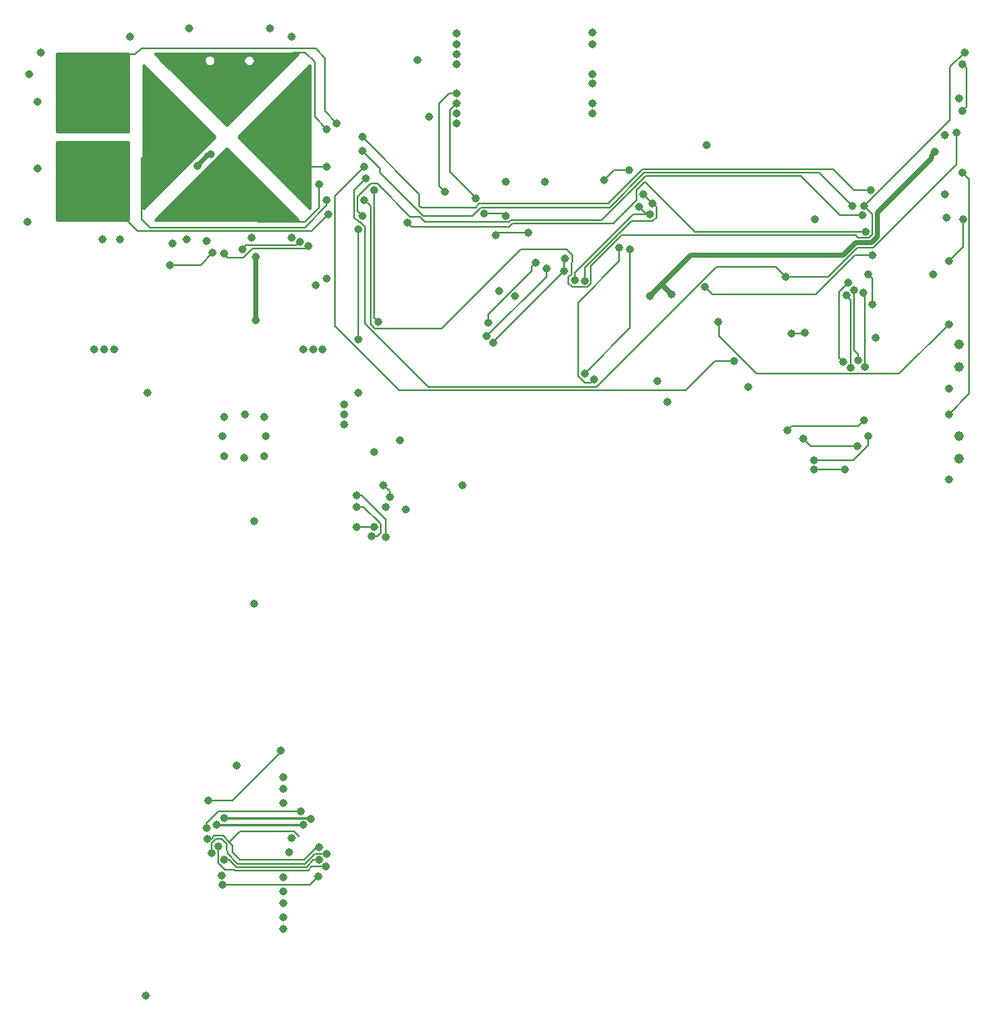
<source format=gbr>
%TF.GenerationSoftware,KiCad,Pcbnew,(5.1.8)-1*%
%TF.CreationDate,2021-02-03T00:49:59+01:00*%
%TF.ProjectId,Navi_2_0,4e617669-5f32-45f3-902e-6b696361645f,rev?*%
%TF.SameCoordinates,Original*%
%TF.FileFunction,Copper,L1,Top*%
%TF.FilePolarity,Positive*%
%FSLAX46Y46*%
G04 Gerber Fmt 4.6, Leading zero omitted, Abs format (unit mm)*
G04 Created by KiCad (PCBNEW (5.1.8)-1) date 2021-02-03 00:49:59*
%MOMM*%
%LPD*%
G01*
G04 APERTURE LIST*
%TA.AperFunction,WasherPad*%
%ADD10C,1.000000*%
%TD*%
%TA.AperFunction,SMDPad,CuDef*%
%ADD11C,1.000000*%
%TD*%
%TA.AperFunction,ViaPad*%
%ADD12C,0.800000*%
%TD*%
%TA.AperFunction,Conductor*%
%ADD13C,0.500000*%
%TD*%
%TA.AperFunction,Conductor*%
%ADD14C,0.200000*%
%TD*%
%TA.AperFunction,Conductor*%
%ADD15C,0.250000*%
%TD*%
%TA.AperFunction,Conductor*%
%ADD16C,0.254000*%
%TD*%
%TA.AperFunction,Conductor*%
%ADD17C,0.100000*%
%TD*%
G04 APERTURE END LIST*
D10*
%TO.P,SW2,*%
%TO.N,*%
X138850000Y-63700000D03*
X138850000Y-66000000D03*
%TD*%
%TO.P,SW1,*%
%TO.N,*%
X138850000Y-72950000D03*
X138850000Y-75250000D03*
%TD*%
D11*
%TO.P,J8,1*%
%TO.N,Net-(J8-Pad1)*%
X51200000Y-37400000D03*
%TD*%
%TO.P,J7,1*%
%TO.N,Net-(J7-Pad1)*%
X64400000Y-48000000D03*
%TD*%
%TO.P,J6,1*%
%TO.N,Net-(J6-Pad1)*%
X57800000Y-42800000D03*
%TD*%
%TO.P,J5,1*%
%TO.N,Net-(J5-Pad1)*%
X64400000Y-37400000D03*
%TD*%
%TO.P,J4,1*%
%TO.N,Net-(J4-Pad1)*%
X51200000Y-48000000D03*
%TD*%
%TO.P,J3,1*%
%TO.N,Net-(J3-Pad1)*%
X71000000Y-42800000D03*
%TD*%
D12*
%TO.N,GND*%
X124200000Y-51000000D03*
X52000000Y-64200000D03*
X53000000Y-64169998D03*
X51000000Y-64169998D03*
X73200000Y-64200000D03*
X72200000Y-64169998D03*
X74200000Y-64169998D03*
X77800000Y-68600000D03*
X79400000Y-74600000D03*
X80600000Y-80200000D03*
X82599998Y-80400000D03*
X88400000Y-78000000D03*
X85000000Y-40600000D03*
X83800000Y-34800000D03*
X101600000Y-37200000D03*
X101600000Y-36200000D03*
X101600000Y-39200000D03*
X101600000Y-40200000D03*
X101600000Y-33200000D03*
X101600000Y-32000000D03*
X87800000Y-41200000D03*
X87800000Y-40200000D03*
X92800000Y-47200000D03*
X96800000Y-47200000D03*
X117400000Y-68000000D03*
X65400000Y-106400000D03*
X67200000Y-90000000D03*
X71000000Y-113800000D03*
X63930354Y-117572599D03*
X45531302Y-34049998D03*
X44400000Y-36250002D03*
X113200000Y-43400000D03*
X130400000Y-63000000D03*
X137400000Y-42400000D03*
X138821846Y-38731079D03*
X60400000Y-53000000D03*
X58954997Y-53428182D03*
X54600000Y-32400000D03*
X71000000Y-32400000D03*
X60600000Y-31600000D03*
X68800000Y-31600000D03*
X67000000Y-52800010D03*
X71000000Y-52800010D03*
X62400000Y-53200000D03*
X45200000Y-39000000D03*
X45200000Y-45800000D03*
X44200000Y-51200000D03*
X74600000Y-56950032D03*
X73459970Y-57689101D03*
X68200000Y-71000000D03*
X64200000Y-71000000D03*
X64200000Y-75000000D03*
X68400000Y-73000000D03*
X68200000Y-75000000D03*
X66200000Y-75200000D03*
X66250000Y-70800000D03*
X64000000Y-73000000D03*
X56400000Y-68600000D03*
X62800000Y-44400000D03*
X61434314Y-45565686D03*
X87800000Y-32100000D03*
X87800000Y-33200000D03*
X87800000Y-35200000D03*
X87800000Y-34200000D03*
X137800000Y-68200000D03*
X137800000Y-77400000D03*
X137600000Y-50800000D03*
X136200000Y-56600000D03*
X70200000Y-107600000D03*
X70200000Y-108800000D03*
X70200000Y-110200000D03*
X70200000Y-123000000D03*
X70200000Y-121800000D03*
X70200000Y-120400000D03*
X70200000Y-119200000D03*
X70200000Y-117800000D03*
X56200000Y-129800000D03*
X108192882Y-67407126D03*
X93730836Y-58788426D03*
X123150022Y-62505002D03*
X121850010Y-62600000D03*
X92151913Y-58251126D03*
X109254617Y-69545383D03*
%TO.N,+BATT*%
X127250000Y-76400000D03*
X124150000Y-76400000D03*
X79169591Y-83121637D03*
X77659620Y-80140380D03*
X77800000Y-63200000D03*
X77800000Y-52000000D03*
%TO.N,+3V3*%
X81000000Y-79200000D03*
X80374438Y-77978091D03*
X70800000Y-115200000D03*
X136428311Y-44150000D03*
X107400000Y-58800000D03*
X109600000Y-58600000D03*
X139150000Y-40000000D03*
X139220290Y-35192051D03*
X79400000Y-48000000D03*
X79800000Y-61400000D03*
X51800000Y-53000000D03*
X53600000Y-53000000D03*
X67200000Y-81600000D03*
X82000000Y-73400000D03*
X76400000Y-69800000D03*
X76400000Y-70800000D03*
X76400000Y-71800000D03*
X137400000Y-48400000D03*
%TO.N,EINK_VCC*%
X62600000Y-110000000D03*
X69893940Y-104893940D03*
%TO.N,Net-(J3-Pad1)*%
X74600000Y-45600000D03*
%TO.N,Net-(J4-Pad1)*%
X74759627Y-50440373D03*
%TO.N,Net-(J8-Pad1)*%
X75600000Y-41200000D03*
%TO.N,I2C_DAT*%
X98800000Y-54952657D03*
X98728703Y-56252668D03*
X137800000Y-61600000D03*
X114367881Y-61367881D03*
X91535068Y-63535068D03*
%TO.N,I2C_CLK*%
X96950926Y-55936917D03*
X87800000Y-39200000D03*
X89774633Y-48825367D03*
X90863309Y-62863309D03*
%TO.N,EINK_SPI_MOSI*%
X64200000Y-116000000D03*
X127850010Y-66019691D03*
X73800000Y-116027361D03*
X127378537Y-58700012D03*
%TO.N,EINK_SPI_CLK*%
X62899999Y-115306048D03*
X127059627Y-65459627D03*
X74563108Y-115377351D03*
X127600000Y-57400000D03*
%TO.N,EINK_~CS*%
X63600000Y-114600000D03*
X128600000Y-65250010D03*
X74482722Y-116687977D03*
X128211527Y-58127019D03*
%TO.N,EINK_DC*%
X62459378Y-113859378D03*
X73800000Y-114700000D03*
%TO.N,EINK_STATE*%
X62400000Y-112800000D03*
X72000000Y-111049990D03*
X123000000Y-73200000D03*
X128550006Y-74005603D03*
%TO.N,EINK_VCC_~EN*%
X79400000Y-82200000D03*
X77600000Y-82200000D03*
%TO.N,SD_VCC_nEN*%
X63000000Y-54400000D03*
X58650000Y-55599996D03*
%TO.N,GPS_VCC_nEN*%
X82800000Y-51350000D03*
X129400000Y-52200000D03*
%TO.N,UART1_RX*%
X71849712Y-53224855D03*
X66000000Y-54000000D03*
X99805852Y-57149990D03*
X106307122Y-49707122D03*
X107413050Y-50482450D03*
%TO.N,UART1_TX*%
X64128064Y-54471936D03*
X72699420Y-53649710D03*
X100800000Y-57200000D03*
X106738021Y-48435220D03*
X107688146Y-49328429D03*
%TO.N,G_INT1*%
X100800000Y-66600000D03*
X105400000Y-53999998D03*
%TO.N,G_INT2*%
X101800000Y-67200000D03*
X104327737Y-53823595D03*
%TO.N,SD_nDET*%
X139250000Y-51000000D03*
X137800000Y-55200000D03*
X129200000Y-71400000D03*
X121400000Y-72400000D03*
%TO.N,+5V*%
X129600000Y-73000000D03*
X124150000Y-75400000D03*
X77600000Y-79000000D03*
X67407083Y-61192917D03*
X80600000Y-83250010D03*
X67407083Y-54792917D03*
%TO.N,ESP_~RST*%
X137800000Y-70800000D03*
X139200000Y-46200000D03*
%TO.N,EINK_SPI_MISO*%
X73749106Y-117650010D03*
X64010038Y-118519263D03*
X129300011Y-66000000D03*
X129105812Y-58447607D03*
%TO.N,EINK_EEPROM_~EN*%
X102800000Y-47000000D03*
X95807122Y-55392878D03*
X105284632Y-45965378D03*
X90600000Y-50400000D03*
X92800000Y-50600000D03*
X91000000Y-61500000D03*
%TO.N,JTAG_TCK*%
X78200000Y-44000000D03*
X128000000Y-49600000D03*
%TO.N,JTAG_TMS*%
X139400000Y-34000000D03*
X78400000Y-49000000D03*
X129200000Y-49600000D03*
%TO.N,JTAG_TDO*%
X121200000Y-56800000D03*
X138600000Y-42200000D03*
X78600000Y-46800000D03*
%TO.N,Net-(R18-Pad2)*%
X95093873Y-52306127D03*
X91800000Y-52600000D03*
X130000000Y-54600000D03*
X113059620Y-57859620D03*
%TO.N,Net-(R26-Pad2)*%
X87800000Y-38200000D03*
X86600000Y-48200000D03*
%TO.N,Net-(J2-Pad19)*%
X64200000Y-111724990D03*
X72995107Y-111880069D03*
%TO.N,Net-(J2-Pad18)*%
X63400000Y-112400000D03*
X63400000Y-112400000D03*
X72200000Y-112400000D03*
%TO.N,Net-(J5-Pad1)*%
X74600000Y-41800000D03*
%TO.N,Net-(J6-Pad1)*%
X74600000Y-49000000D03*
%TO.N,Net-(J7-Pad1)*%
X73800000Y-47400000D03*
%TO.N,Net-(R17-Pad2)*%
X78400000Y-45600000D03*
X116000000Y-65400000D03*
%TO.N,Net-(R36-Pad1)*%
X78200000Y-50600000D03*
X130000000Y-59600000D03*
X129600000Y-56557880D03*
X129043946Y-50537107D03*
%TO.N,Net-(R40-Pad1)*%
X78200000Y-42600000D03*
X129850000Y-48000000D03*
%TD*%
D13*
%TO.N,GND*%
X62600000Y-44400000D02*
X61434314Y-45565686D01*
X62800000Y-44400000D02*
X62600000Y-44400000D01*
D14*
X121850010Y-62600000D02*
X123055024Y-62600000D01*
X123055024Y-62600000D02*
X123150022Y-62505002D01*
%TO.N,+BATT*%
X127250000Y-76400000D02*
X124150000Y-76400000D01*
X78302382Y-80140380D02*
X77659620Y-80140380D01*
X80050001Y-81887999D02*
X78302382Y-80140380D01*
X80050001Y-82806912D02*
X80050001Y-81887999D01*
X79735276Y-83121637D02*
X80050001Y-82806912D01*
X79169591Y-83121637D02*
X79735276Y-83121637D01*
X77800000Y-63200000D02*
X77800000Y-52000000D01*
%TO.N,+3V3*%
X81000000Y-78603653D02*
X80374438Y-77978091D01*
X81000000Y-79200000D02*
X81000000Y-78603653D01*
D13*
X108700000Y-57700000D02*
X108500000Y-57700000D01*
X109600000Y-58600000D02*
X108700000Y-57700000D01*
X108500000Y-57700000D02*
X107400000Y-58800000D01*
D14*
X139150000Y-40000000D02*
X139600000Y-39550000D01*
X139600000Y-35571761D02*
X139220290Y-35192051D01*
X139600000Y-39550000D02*
X139600000Y-35571761D01*
X79400000Y-61000000D02*
X79800000Y-61400000D01*
X79400000Y-48000000D02*
X79400000Y-61000000D01*
D13*
X127069124Y-54600000D02*
X111600000Y-54600000D01*
X136028312Y-44549999D02*
X136028312Y-44805700D01*
X130550011Y-52719113D02*
X129919112Y-53350012D01*
X129919112Y-53350012D02*
X128319112Y-53350012D01*
X130550011Y-50284001D02*
X130550011Y-52719113D01*
X128319112Y-53350012D02*
X127069124Y-54600000D01*
X136028312Y-44805700D02*
X130550011Y-50284001D01*
X111600000Y-54600000D02*
X108500000Y-57700000D01*
X136428311Y-44150000D02*
X136028312Y-44549999D01*
D14*
%TO.N,EINK_VCC*%
X69893940Y-105106060D02*
X69893940Y-104893940D01*
X65000000Y-110000000D02*
X69893940Y-105106060D01*
X62600000Y-110000000D02*
X65000000Y-110000000D01*
%TO.N,Net-(J3-Pad1)*%
X74600000Y-45600000D02*
X72200000Y-45600000D01*
X72200000Y-44000000D02*
X71000000Y-42800000D01*
X72200000Y-45600000D02*
X72200000Y-44000000D01*
%TO.N,Net-(J4-Pad1)*%
X51200000Y-48000000D02*
X55350010Y-52150010D01*
X55350010Y-52150010D02*
X73049990Y-52150010D01*
X73049990Y-52150010D02*
X74759627Y-50440373D01*
%TO.N,Net-(J8-Pad1)*%
X74400000Y-40000000D02*
X75600000Y-41200000D01*
X54349999Y-34250001D02*
X51200000Y-37400000D01*
X54349999Y-34250001D02*
X55149999Y-34250001D01*
X55149999Y-34250001D02*
X55800000Y-33600000D01*
X73449990Y-33649990D02*
X74400000Y-34600000D01*
X71649990Y-33649990D02*
X73449990Y-33649990D01*
X71600000Y-33600000D02*
X71649990Y-33649990D01*
X55800000Y-33600000D02*
X71600000Y-33600000D01*
X74400000Y-34600000D02*
X74400000Y-40000000D01*
%TO.N,I2C_DAT*%
X98728703Y-55023954D02*
X98800000Y-54952657D01*
X98728703Y-56252668D02*
X98728703Y-55023954D01*
X137800000Y-61600000D02*
X132730308Y-66669692D01*
X132730308Y-66669692D02*
X118309015Y-66669692D01*
X118309015Y-66669692D02*
X114488471Y-62849148D01*
X114488471Y-61488471D02*
X114367881Y-61367881D01*
X114488471Y-62849148D02*
X114488471Y-61488471D01*
X98728703Y-56252668D02*
X91535068Y-63446303D01*
X91535068Y-63446303D02*
X91535068Y-63535068D01*
%TO.N,I2C_CLK*%
X87149999Y-39850001D02*
X87149999Y-46149999D01*
X87800000Y-39200000D02*
X87149999Y-39850001D01*
X89774633Y-48774633D02*
X89774633Y-48825367D01*
X87149999Y-46149999D02*
X89774633Y-48774633D01*
X96950926Y-56775692D02*
X90863309Y-62863309D01*
X96950926Y-55936917D02*
X96950926Y-56775692D01*
%TO.N,EINK_SPI_MOSI*%
X73267629Y-116027361D02*
X73800000Y-116027361D01*
X72544979Y-116750011D02*
X73267629Y-116027361D01*
X65417022Y-116750010D02*
X72544979Y-116750011D01*
X64667012Y-116000000D02*
X65417022Y-116750010D01*
X64200000Y-116000000D02*
X64667012Y-116000000D01*
X127850010Y-66019691D02*
X127850010Y-59171485D01*
X127850010Y-59171485D02*
X127378537Y-58700012D01*
%TO.N,EINK_SPI_CLK*%
X62899999Y-115306048D02*
X62899999Y-114337997D01*
X64400000Y-114400000D02*
X64400000Y-115000000D01*
X62899999Y-114337997D02*
X63318998Y-113918998D01*
X65562002Y-116400000D02*
X72400000Y-116400000D01*
X64512001Y-115349999D02*
X65562002Y-116400000D01*
X63318998Y-113918998D02*
X63918998Y-113918998D01*
X72400000Y-116400000D02*
X73422649Y-115377351D01*
X63918998Y-113918998D02*
X64400000Y-114400000D01*
X73422649Y-115377351D02*
X74563108Y-115377351D01*
X64512001Y-115112001D02*
X64512001Y-115349999D01*
X64400000Y-115000000D02*
X64512001Y-115112001D01*
X126659628Y-58340372D02*
X127600000Y-57400000D01*
X126659628Y-65059628D02*
X126659628Y-58340372D01*
X127059627Y-65459627D02*
X126659628Y-65059628D01*
%TO.N,EINK_~CS*%
X65172022Y-117000000D02*
X65272042Y-117100020D01*
X63600000Y-114600000D02*
X63549999Y-114650001D01*
X63549999Y-114650001D02*
X63549999Y-116312001D01*
X63549999Y-116312001D02*
X64237998Y-117000000D01*
X64237998Y-117000000D02*
X65172022Y-117000000D01*
X65272042Y-117100020D02*
X72689957Y-117100021D01*
X72689957Y-117100021D02*
X73102001Y-116687977D01*
X73102001Y-116687977D02*
X74482722Y-116687977D01*
X128600000Y-64684325D02*
X128211527Y-64295852D01*
X128600000Y-65250010D02*
X128600000Y-64684325D01*
X128211527Y-64295852D02*
X128211527Y-58127019D01*
%TO.N,EINK_DC*%
X62459378Y-113859378D02*
X62883630Y-113859378D01*
X64063976Y-113568988D02*
X64063978Y-113568990D01*
X63174020Y-113568988D02*
X64063976Y-113568988D01*
X62883630Y-113859378D02*
X63174020Y-113568988D01*
X64063978Y-113568990D02*
X64694977Y-114199989D01*
X71312001Y-113149999D02*
X71800000Y-113637998D01*
X65744967Y-113149999D02*
X71312001Y-113149999D01*
X64694977Y-114199989D02*
X65744967Y-113149999D01*
X64694977Y-114199989D02*
X65028495Y-114533507D01*
X65028495Y-114533507D02*
X65028495Y-115228495D01*
X65028495Y-115228495D02*
X65800000Y-116000000D01*
X73605012Y-114700000D02*
X73800000Y-114700000D01*
X72305012Y-116000000D02*
X73605012Y-114700000D01*
X65800000Y-116000000D02*
X72305012Y-116000000D01*
%TO.N,EINK_STATE*%
X63559326Y-111074989D02*
X64674989Y-111074989D01*
X62400000Y-112234315D02*
X63559326Y-111074989D01*
X62400000Y-112800000D02*
X62400000Y-112234315D01*
X64699988Y-111049990D02*
X72000000Y-111049990D01*
X64674989Y-111074989D02*
X64699988Y-111049990D01*
X123805603Y-74005603D02*
X128550006Y-74005603D01*
X123000000Y-73200000D02*
X123805603Y-74005603D01*
%TO.N,EINK_VCC_~EN*%
X79400000Y-82200000D02*
X77600000Y-82200000D01*
%TO.N,SD_VCC_nEN*%
X63000000Y-54400000D02*
X61800004Y-55599996D01*
X61800004Y-55599996D02*
X58650000Y-55599996D01*
%TO.N,GPS_VCC_nEN*%
X111994994Y-52200000D02*
X129400000Y-52200000D01*
X106944993Y-47149999D02*
X111994994Y-52200000D01*
X106088011Y-49006979D02*
X106088011Y-48006981D01*
X103694978Y-51400012D02*
X106088011Y-49006979D01*
X93456981Y-51400013D02*
X103694978Y-51400012D01*
X82800000Y-51350000D02*
X83199999Y-51749999D01*
X93106995Y-51749999D02*
X93456981Y-51400013D01*
X106088011Y-48006981D02*
X106944993Y-47149999D01*
X83199999Y-51749999D02*
X93106995Y-51749999D01*
%TO.N,UART1_RX*%
X71449713Y-53624854D02*
X66375146Y-53624854D01*
X66375146Y-53624854D02*
X66000000Y-54000000D01*
X71849712Y-53224855D02*
X71449713Y-53624854D01*
X106307122Y-49707122D02*
X107082450Y-50482450D01*
X107082450Y-50482450D02*
X107413050Y-50482450D01*
X99805852Y-56393496D02*
X105716898Y-50482450D01*
X99805852Y-57149990D02*
X99805852Y-56393496D01*
X105716898Y-50482450D02*
X107413050Y-50482450D01*
%TO.N,UART1_TX*%
X64528063Y-54871935D02*
X66128065Y-54871935D01*
X64128064Y-54471936D02*
X64528063Y-54871935D01*
X72374266Y-53974864D02*
X72699420Y-53649710D01*
X67025136Y-53974864D02*
X72374266Y-53974864D01*
X66128065Y-54871935D02*
X67025136Y-53974864D01*
X106794937Y-48435220D02*
X106738021Y-48435220D01*
X107688146Y-49328429D02*
X106794937Y-48435220D01*
X108088145Y-49728428D02*
X107688146Y-49328429D01*
X107725052Y-51132452D02*
X108088145Y-50769359D01*
X100800000Y-55894338D02*
X105561886Y-51132452D01*
X105561886Y-51132452D02*
X107725052Y-51132452D01*
X100800000Y-57200000D02*
X100800000Y-55894338D01*
X108088145Y-50769359D02*
X108088145Y-49728428D01*
%TO.N,G_INT1*%
X100800000Y-66600000D02*
X105400000Y-62000000D01*
X105400000Y-62000000D02*
X105400000Y-53999998D01*
%TO.N,G_INT2*%
X104327737Y-55237948D02*
X104327737Y-53823595D01*
X101400001Y-67599999D02*
X100837997Y-67599999D01*
X101800000Y-67200000D02*
X101400001Y-67599999D01*
X100837997Y-67599999D02*
X100149999Y-66912001D01*
X100149999Y-66912001D02*
X100149999Y-59415686D01*
X100149999Y-59415686D02*
X104327737Y-55237948D01*
%TO.N,SD_nDET*%
X139250000Y-53750000D02*
X137800000Y-55200000D01*
X139250000Y-51000000D02*
X139250000Y-53750000D01*
X121800000Y-72000000D02*
X121400000Y-72400000D01*
X128600000Y-72000000D02*
X121800000Y-72000000D01*
X129200000Y-71400000D02*
X128600000Y-72000000D01*
%TO.N,+5V*%
X128117611Y-75400000D02*
X124150000Y-75400000D01*
X129600000Y-73917611D02*
X128117611Y-75400000D01*
X129600000Y-73000000D02*
X129600000Y-73917611D01*
X80600000Y-81434315D02*
X80600000Y-83250010D01*
X78165685Y-79000000D02*
X80600000Y-81434315D01*
X77600000Y-79000000D02*
X78165685Y-79000000D01*
D13*
X67407083Y-61192917D02*
X67407083Y-54792917D01*
D14*
%TO.N,ESP_~RST*%
X139900001Y-46900001D02*
X139200000Y-46200000D01*
X139900001Y-68699999D02*
X139900001Y-46900001D01*
X137800000Y-70800000D02*
X139900001Y-68699999D01*
%TO.N,EINK_SPI_MISO*%
X73749106Y-117650010D02*
X72879853Y-118519263D01*
X72879853Y-118519263D02*
X64010038Y-118519263D01*
X129300011Y-58641806D02*
X129105812Y-58447607D01*
X129300011Y-66000000D02*
X129300011Y-58641806D01*
%TO.N,EINK_EEPROM_~EN*%
X103834622Y-45965378D02*
X105284632Y-45965378D01*
X102800000Y-47000000D02*
X103834622Y-45965378D01*
X90600000Y-50400000D02*
X92600000Y-50400000D01*
X92600000Y-50400000D02*
X92800000Y-50600000D01*
X95807122Y-55392878D02*
X95407123Y-55792877D01*
X95407123Y-56192877D02*
X91000000Y-60600000D01*
X95407123Y-55792877D02*
X95407123Y-56192877D01*
X91000000Y-60600000D02*
X91000000Y-61500000D01*
%TO.N,JTAG_TCK*%
X124649990Y-46249990D02*
X128000000Y-49600000D01*
X106855022Y-46249990D02*
X124649990Y-46249990D01*
X103355013Y-49749999D02*
X106855022Y-46249990D01*
X90250001Y-49749999D02*
X103355013Y-49749999D01*
X84400000Y-50600000D02*
X89400000Y-50600000D01*
X89400000Y-50600000D02*
X90250001Y-49749999D01*
X80028495Y-46228495D02*
X84400000Y-50600000D01*
X80028495Y-45828495D02*
X80028495Y-46228495D01*
X78200000Y-44000000D02*
X80028495Y-45828495D01*
%TO.N,JTAG_TMS*%
X137904699Y-40895301D02*
X129599999Y-49200001D01*
X129599999Y-49200001D02*
X129200000Y-49600000D01*
X137904699Y-35495301D02*
X137904699Y-40895301D01*
X139400000Y-34000000D02*
X137904699Y-35495301D01*
X104589328Y-52600000D02*
X128362002Y-52600000D01*
X79049990Y-61611992D02*
X79487999Y-62050001D01*
X130050001Y-52512001D02*
X130050001Y-50450001D01*
X101450001Y-55739327D02*
X104589328Y-52600000D01*
X101450001Y-57512001D02*
X101450001Y-55739327D01*
X99600000Y-54600000D02*
X99600000Y-55305012D01*
X99000000Y-54000000D02*
X99600000Y-54600000D01*
X128612003Y-52850001D02*
X129712001Y-52850001D01*
X99155851Y-57461991D02*
X99543861Y-57850001D01*
X99155851Y-56837989D02*
X99155851Y-57461991D01*
X86293873Y-62050001D02*
X94343874Y-54000000D01*
X99543861Y-57850001D02*
X101112001Y-57850001D01*
X130050001Y-50450001D02*
X129200000Y-49600000D01*
X79487999Y-62050001D02*
X86293873Y-62050001D01*
X99455842Y-56537998D02*
X99155851Y-56837989D01*
X94343874Y-54000000D02*
X99000000Y-54000000D01*
X128362002Y-52600000D02*
X128612003Y-52850001D01*
X79049990Y-49649990D02*
X79049990Y-61611992D01*
X129712001Y-52850001D02*
X130050001Y-52512001D01*
X99600000Y-55305012D02*
X99455842Y-55449170D01*
X99455842Y-55449170D02*
X99455842Y-56537998D01*
X101112001Y-57850001D02*
X101450001Y-57512001D01*
X78400000Y-49000000D02*
X79049990Y-49649990D01*
%TO.N,JTAG_TDO*%
X125576246Y-56800000D02*
X121200000Y-56800000D01*
X138600000Y-45376246D02*
X130126223Y-53850023D01*
X128526226Y-53850023D02*
X125576246Y-56800000D01*
X130126223Y-53850023D02*
X128526226Y-53850023D01*
X138600000Y-42200000D02*
X138600000Y-45376246D01*
X120200000Y-55800000D02*
X121200000Y-56800000D01*
X114200000Y-55800000D02*
X120200000Y-55800000D01*
X102049991Y-67950009D02*
X114200000Y-55800000D01*
X84893019Y-67950009D02*
X102049991Y-67950009D01*
X78512001Y-61568991D02*
X84893019Y-67950009D01*
X78512001Y-51762002D02*
X78512001Y-61568991D01*
X77887999Y-51250001D02*
X78000000Y-51250001D01*
X77399989Y-50761991D02*
X77887999Y-51250001D01*
X77399989Y-48000011D02*
X77399989Y-50761991D01*
X78000000Y-51250001D02*
X78512001Y-51762002D01*
X78600000Y-46800000D02*
X77399989Y-48000011D01*
%TO.N,Net-(R18-Pad2)*%
X95093873Y-52306127D02*
X92093873Y-52306127D01*
X92093873Y-52306127D02*
X91800000Y-52600000D01*
X128271237Y-54600000D02*
X125471237Y-57400000D01*
X130000000Y-54600000D02*
X128271237Y-54600000D01*
X125471237Y-57400000D02*
X124271237Y-58600000D01*
X124271237Y-58600000D02*
X117400000Y-58600000D01*
X113800000Y-58600000D02*
X113059620Y-57859620D01*
X117400000Y-58600000D02*
X113800000Y-58600000D01*
%TO.N,Net-(R26-Pad2)*%
X87800000Y-38200000D02*
X87000000Y-38200000D01*
X87000000Y-38200000D02*
X86000000Y-39200000D01*
X86000000Y-47600000D02*
X86600000Y-48200000D01*
X86000000Y-39200000D02*
X86000000Y-47600000D01*
D15*
%TO.N,Net-(J2-Pad19)*%
X64200000Y-111724990D02*
X72840028Y-111724990D01*
X72840028Y-111724990D02*
X72995107Y-111880069D01*
%TO.N,Net-(J2-Pad18)*%
X63400000Y-112400000D02*
X72200000Y-112400000D01*
D14*
%TO.N,Net-(J5-Pad1)*%
X71200000Y-34000000D02*
X71000000Y-34200000D01*
X72400000Y-34000000D02*
X71200000Y-34000000D01*
X73400000Y-40600000D02*
X73400000Y-35000000D01*
X73400000Y-35000000D02*
X72400000Y-34000000D01*
X74600000Y-41800000D02*
X73400000Y-40600000D01*
%TO.N,Net-(J6-Pad1)*%
X74600000Y-49565685D02*
X72365685Y-51800000D01*
X74600000Y-49000000D02*
X74600000Y-49565685D01*
X72365685Y-51800000D02*
X56600000Y-51800000D01*
X56600000Y-51800000D02*
X55800000Y-51000000D01*
X55800000Y-44800000D02*
X57800000Y-42800000D01*
X55800000Y-51000000D02*
X55800000Y-44800000D01*
%TO.N,Net-(J7-Pad1)*%
X73800000Y-47400000D02*
X73800000Y-49800000D01*
X73800000Y-49800000D02*
X72400000Y-51200000D01*
X67600000Y-51200000D02*
X64400000Y-48000000D01*
X72400000Y-51200000D02*
X67600000Y-51200000D01*
%TO.N,Net-(R17-Pad2)*%
X81938017Y-68300019D02*
X111099981Y-68300019D01*
X75409628Y-61771630D02*
X81938017Y-68300019D01*
X75409628Y-48590372D02*
X75409628Y-61771630D01*
X78400000Y-45600000D02*
X75409628Y-48590372D01*
X114000000Y-65400000D02*
X113900000Y-65500000D01*
X116000000Y-65400000D02*
X114000000Y-65400000D01*
X111099981Y-68300019D02*
X113900000Y-65500000D01*
%TO.N,Net-(R36-Pad1)*%
X129999999Y-56957879D02*
X129600000Y-56557880D01*
X130000000Y-59600000D02*
X129999999Y-56957879D01*
X78200000Y-50600000D02*
X77749999Y-50149999D01*
X77749999Y-50149999D02*
X77749999Y-48687999D01*
X83084865Y-50722863D02*
X84027873Y-50722863D01*
X77749999Y-48687999D02*
X79087999Y-47349999D01*
X84555012Y-51250002D02*
X93112002Y-51250002D01*
X79087999Y-47349999D02*
X79712001Y-47349999D01*
X102550000Y-51050002D02*
X107000001Y-46600001D01*
X79712001Y-47349999D02*
X83084865Y-50722863D01*
X93112002Y-51250002D02*
X93312002Y-51050002D01*
X107000001Y-46600001D02*
X122800001Y-46600001D01*
X126737107Y-50537107D02*
X129043946Y-50537107D01*
X84027873Y-50722863D02*
X84555012Y-51250002D01*
X93312002Y-51050002D02*
X102550000Y-51050002D01*
X122800001Y-46600001D02*
X126737107Y-50537107D01*
%TO.N,Net-(R40-Pad1)*%
X78200000Y-42600000D02*
X84000000Y-48400000D01*
X84000000Y-48400000D02*
X84000000Y-49200000D01*
X84000000Y-49200000D02*
X84000000Y-49600000D01*
X84200000Y-49800000D02*
X89705012Y-49800000D01*
X84000000Y-49600000D02*
X84200000Y-49800000D01*
X89705012Y-49800000D02*
X90105023Y-49399989D01*
X103210035Y-49399989D02*
X106710044Y-45899980D01*
X106710044Y-45899980D02*
X126099980Y-45899980D01*
X90105023Y-49399989D02*
X103210035Y-49399989D01*
X128200000Y-48000000D02*
X128000000Y-47800000D01*
X129850000Y-48000000D02*
X128200000Y-48000000D01*
X126099980Y-45899980D02*
X128000000Y-47800000D01*
%TD*%
D16*
%TO.N,Net-(J6-Pad1)*%
X63220394Y-42600000D02*
X55927000Y-49893394D01*
X55927000Y-35306606D01*
X63220394Y-42600000D01*
%TA.AperFunction,Conductor*%
D17*
G36*
X63220394Y-42600000D02*
G01*
X55927000Y-49893394D01*
X55927000Y-35306606D01*
X63220394Y-42600000D01*
G37*
%TD.AperFunction*%
%TD*%
D16*
%TO.N,Net-(J3-Pad1)*%
X72873000Y-49893394D02*
X65579606Y-42600000D01*
X72873000Y-35306606D01*
X72873000Y-49893394D01*
%TA.AperFunction,Conductor*%
D17*
G36*
X72873000Y-49893394D02*
G01*
X65579606Y-42600000D01*
X72873000Y-35306606D01*
X72873000Y-49893394D01*
G37*
%TD.AperFunction*%
%TD*%
D16*
%TO.N,Net-(J7-Pad1)*%
X71693394Y-51073000D02*
X57106606Y-51073000D01*
X63128971Y-45050635D01*
X63144364Y-45044259D01*
X63263436Y-44964698D01*
X63364698Y-44863436D01*
X63444259Y-44744364D01*
X63450635Y-44728971D01*
X64400000Y-43779606D01*
X71693394Y-51073000D01*
%TA.AperFunction,Conductor*%
D17*
G36*
X71693394Y-51073000D02*
G01*
X57106606Y-51073000D01*
X63128971Y-45050635D01*
X63144364Y-45044259D01*
X63263436Y-44964698D01*
X63364698Y-44863436D01*
X63444259Y-44744364D01*
X63450635Y-44728971D01*
X64400000Y-43779606D01*
X71693394Y-51073000D01*
G37*
%TD.AperFunction*%
%TD*%
D16*
%TO.N,Net-(J5-Pad1)*%
X64400000Y-41420394D02*
X57762776Y-34783170D01*
X62123000Y-34783170D01*
X62123000Y-34896830D01*
X62145174Y-35008305D01*
X62188669Y-35113312D01*
X62251815Y-35207816D01*
X62332184Y-35288185D01*
X62426688Y-35351331D01*
X62531695Y-35394826D01*
X62643170Y-35417000D01*
X62756830Y-35417000D01*
X62868305Y-35394826D01*
X62973312Y-35351331D01*
X63067816Y-35288185D01*
X63148185Y-35207816D01*
X63211331Y-35113312D01*
X63254826Y-35008305D01*
X63277000Y-34896830D01*
X63277000Y-34783170D01*
X66123000Y-34783170D01*
X66123000Y-34896830D01*
X66145174Y-35008305D01*
X66188669Y-35113312D01*
X66251815Y-35207816D01*
X66332184Y-35288185D01*
X66426688Y-35351331D01*
X66531695Y-35394826D01*
X66643170Y-35417000D01*
X66756830Y-35417000D01*
X66868305Y-35394826D01*
X66973312Y-35351331D01*
X67067816Y-35288185D01*
X67148185Y-35207816D01*
X67211331Y-35113312D01*
X67254826Y-35008305D01*
X67277000Y-34896830D01*
X67277000Y-34783170D01*
X67254826Y-34671695D01*
X67211331Y-34566688D01*
X67148185Y-34472184D01*
X67067816Y-34391815D01*
X66973312Y-34328669D01*
X66868305Y-34285174D01*
X66756830Y-34263000D01*
X66643170Y-34263000D01*
X66531695Y-34285174D01*
X66426688Y-34328669D01*
X66332184Y-34391815D01*
X66251815Y-34472184D01*
X66188669Y-34566688D01*
X66145174Y-34671695D01*
X66123000Y-34783170D01*
X63277000Y-34783170D01*
X63254826Y-34671695D01*
X63211331Y-34566688D01*
X63148185Y-34472184D01*
X63067816Y-34391815D01*
X62973312Y-34328669D01*
X62868305Y-34285174D01*
X62756830Y-34263000D01*
X62643170Y-34263000D01*
X62531695Y-34285174D01*
X62426688Y-34328669D01*
X62332184Y-34391815D01*
X62251815Y-34472184D01*
X62188669Y-34566688D01*
X62145174Y-34671695D01*
X62123000Y-34783170D01*
X57762776Y-34783170D01*
X57106606Y-34127000D01*
X71693394Y-34127000D01*
X64400000Y-41420394D01*
%TA.AperFunction,Conductor*%
D17*
G36*
X64400000Y-41420394D02*
G01*
X57762776Y-34783170D01*
X62123000Y-34783170D01*
X62123000Y-34896830D01*
X62145174Y-35008305D01*
X62188669Y-35113312D01*
X62251815Y-35207816D01*
X62332184Y-35288185D01*
X62426688Y-35351331D01*
X62531695Y-35394826D01*
X62643170Y-35417000D01*
X62756830Y-35417000D01*
X62868305Y-35394826D01*
X62973312Y-35351331D01*
X63067816Y-35288185D01*
X63148185Y-35207816D01*
X63211331Y-35113312D01*
X63254826Y-35008305D01*
X63277000Y-34896830D01*
X63277000Y-34783170D01*
X66123000Y-34783170D01*
X66123000Y-34896830D01*
X66145174Y-35008305D01*
X66188669Y-35113312D01*
X66251815Y-35207816D01*
X66332184Y-35288185D01*
X66426688Y-35351331D01*
X66531695Y-35394826D01*
X66643170Y-35417000D01*
X66756830Y-35417000D01*
X66868305Y-35394826D01*
X66973312Y-35351331D01*
X67067816Y-35288185D01*
X67148185Y-35207816D01*
X67211331Y-35113312D01*
X67254826Y-35008305D01*
X67277000Y-34896830D01*
X67277000Y-34783170D01*
X67254826Y-34671695D01*
X67211331Y-34566688D01*
X67148185Y-34472184D01*
X67067816Y-34391815D01*
X66973312Y-34328669D01*
X66868305Y-34285174D01*
X66756830Y-34263000D01*
X66643170Y-34263000D01*
X66531695Y-34285174D01*
X66426688Y-34328669D01*
X66332184Y-34391815D01*
X66251815Y-34472184D01*
X66188669Y-34566688D01*
X66145174Y-34671695D01*
X66123000Y-34783170D01*
X63277000Y-34783170D01*
X63254826Y-34671695D01*
X63211331Y-34566688D01*
X63148185Y-34472184D01*
X63067816Y-34391815D01*
X62973312Y-34328669D01*
X62868305Y-34285174D01*
X62756830Y-34263000D01*
X62643170Y-34263000D01*
X62531695Y-34285174D01*
X62426688Y-34328669D01*
X62332184Y-34391815D01*
X62251815Y-34472184D01*
X62188669Y-34566688D01*
X62145174Y-34671695D01*
X62123000Y-34783170D01*
X57762776Y-34783170D01*
X57106606Y-34127000D01*
X71693394Y-34127000D01*
X64400000Y-41420394D01*
G37*
%TD.AperFunction*%
%TD*%
D16*
%TO.N,Net-(J8-Pad1)*%
X54473000Y-42073000D02*
X47127000Y-42073000D01*
X47127000Y-34127000D01*
X54473000Y-34127000D01*
X54473000Y-42073000D01*
%TA.AperFunction,Conductor*%
D17*
G36*
X54473000Y-42073000D02*
G01*
X47127000Y-42073000D01*
X47127000Y-34127000D01*
X54473000Y-34127000D01*
X54473000Y-42073000D01*
G37*
%TD.AperFunction*%
%TD*%
D16*
%TO.N,Net-(J4-Pad1)*%
X54473000Y-51073000D02*
X47127000Y-51073000D01*
X47127000Y-43127000D01*
X54473000Y-43127000D01*
X54473000Y-51073000D01*
%TA.AperFunction,Conductor*%
D17*
G36*
X54473000Y-51073000D02*
G01*
X47127000Y-51073000D01*
X47127000Y-43127000D01*
X54473000Y-43127000D01*
X54473000Y-51073000D01*
G37*
%TD.AperFunction*%
%TD*%
M02*

</source>
